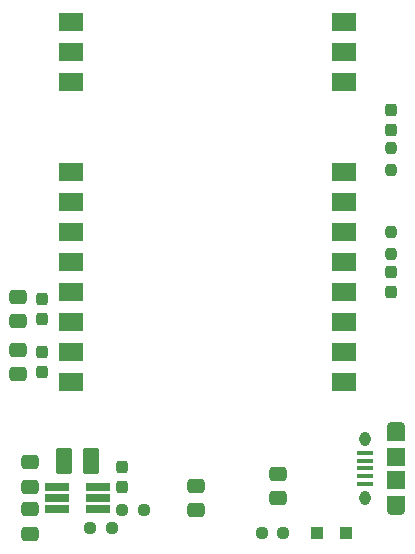
<source format=gtp>
G04 #@! TF.GenerationSoftware,KiCad,Pcbnew,(6.0.9)*
G04 #@! TF.CreationDate,2023-02-13T11:25:36-05:00*
G04 #@! TF.ProjectId,1W Experiments,31572045-7870-4657-9269-6d656e74732e,rev?*
G04 #@! TF.SameCoordinates,Original*
G04 #@! TF.FileFunction,Paste,Top*
G04 #@! TF.FilePolarity,Positive*
%FSLAX46Y46*%
G04 Gerber Fmt 4.6, Leading zero omitted, Abs format (unit mm)*
G04 Created by KiCad (PCBNEW (6.0.9)) date 2023-02-13 11:25:36*
%MOMM*%
%LPD*%
G01*
G04 APERTURE LIST*
G04 Aperture macros list*
%AMRoundRect*
0 Rectangle with rounded corners*
0 $1 Rounding radius*
0 $2 $3 $4 $5 $6 $7 $8 $9 X,Y pos of 4 corners*
0 Add a 4 corners polygon primitive as box body*
4,1,4,$2,$3,$4,$5,$6,$7,$8,$9,$2,$3,0*
0 Add four circle primitives for the rounded corners*
1,1,$1+$1,$2,$3*
1,1,$1+$1,$4,$5*
1,1,$1+$1,$6,$7*
1,1,$1+$1,$8,$9*
0 Add four rect primitives between the rounded corners*
20,1,$1+$1,$2,$3,$4,$5,0*
20,1,$1+$1,$4,$5,$6,$7,0*
20,1,$1+$1,$6,$7,$8,$9,0*
20,1,$1+$1,$8,$9,$2,$3,0*%
G04 Aperture macros list end*
%ADD10RoundRect,0.250000X0.475000X-0.337500X0.475000X0.337500X-0.475000X0.337500X-0.475000X-0.337500X0*%
%ADD11RoundRect,0.250000X-0.475000X0.337500X-0.475000X-0.337500X0.475000X-0.337500X0.475000X0.337500X0*%
%ADD12O,1.550000X0.890000*%
%ADD13O,0.950000X1.250000*%
%ADD14R,1.350000X0.400000*%
%ADD15R,1.550000X1.500000*%
%ADD16R,1.550000X1.200000*%
%ADD17RoundRect,0.237500X-0.237500X0.300000X-0.237500X-0.300000X0.237500X-0.300000X0.237500X0.300000X0*%
%ADD18RoundRect,0.237500X-0.237500X0.250000X-0.237500X-0.250000X0.237500X-0.250000X0.237500X0.250000X0*%
%ADD19RoundRect,0.237500X0.237500X-0.300000X0.237500X0.300000X-0.237500X0.300000X-0.237500X-0.300000X0*%
%ADD20RoundRect,0.237500X0.237500X-0.287500X0.237500X0.287500X-0.237500X0.287500X-0.237500X-0.287500X0*%
%ADD21RoundRect,0.237500X0.250000X0.237500X-0.250000X0.237500X-0.250000X-0.237500X0.250000X-0.237500X0*%
%ADD22RoundRect,0.237500X-0.237500X0.287500X-0.237500X-0.287500X0.237500X-0.287500X0.237500X0.287500X0*%
%ADD23R,1.000000X1.000000*%
%ADD24R,2.000000X0.650000*%
%ADD25RoundRect,0.250001X0.462499X0.849999X-0.462499X0.849999X-0.462499X-0.849999X0.462499X-0.849999X0*%
%ADD26R,2.080000X1.510000*%
%ADD27RoundRect,0.237500X0.237500X-0.250000X0.237500X0.250000X-0.237500X0.250000X-0.237500X-0.250000X0*%
G04 APERTURE END LIST*
D10*
X74500000Y-104037500D03*
X74500000Y-101962500D03*
D11*
X74500000Y-106462500D03*
X74500000Y-108537500D03*
D12*
X106500000Y-120000000D03*
D13*
X103800000Y-119000000D03*
D12*
X106500000Y-113000000D03*
D13*
X103800000Y-114000000D03*
D14*
X103800000Y-117800000D03*
X103800000Y-117150000D03*
X103800000Y-116500000D03*
X103800000Y-115850000D03*
X103800000Y-115200000D03*
D15*
X106500000Y-117500000D03*
X106500000Y-115500000D03*
D16*
X106500000Y-119400000D03*
X106500000Y-113600000D03*
D17*
X76500000Y-106637500D03*
X76500000Y-108362500D03*
D18*
X106000000Y-96487500D03*
X106000000Y-98312500D03*
D19*
X76500000Y-103862500D03*
X76500000Y-102137500D03*
D20*
X106000000Y-101575000D03*
X106000000Y-99825000D03*
D17*
X83300000Y-116387500D03*
X83300000Y-118112500D03*
D21*
X96912500Y-122000000D03*
X95087500Y-122000000D03*
D22*
X106000000Y-86125000D03*
X106000000Y-87875000D03*
D23*
X99750000Y-122000000D03*
X102250000Y-122000000D03*
D11*
X75500000Y-115962500D03*
X75500000Y-118037500D03*
D21*
X82412500Y-121500000D03*
X80587500Y-121500000D03*
D24*
X77790000Y-118050000D03*
X77790000Y-119000000D03*
X77790000Y-119950000D03*
X81210000Y-119950000D03*
X81210000Y-119000000D03*
X81210000Y-118050000D03*
D25*
X80662500Y-115900000D03*
X78337500Y-115900000D03*
D11*
X96500000Y-116962500D03*
X96500000Y-119037500D03*
X89500000Y-117962500D03*
X89500000Y-120037500D03*
D21*
X85112500Y-120000000D03*
X83287500Y-120000000D03*
D26*
X78925000Y-78680000D03*
X78925000Y-81220000D03*
X78925000Y-83760000D03*
X78925000Y-91360000D03*
X78925000Y-93900000D03*
X78925000Y-96440000D03*
X78925000Y-98980000D03*
X78925000Y-101520000D03*
X78925000Y-104060000D03*
X78925000Y-106600000D03*
X78925000Y-109140000D03*
X102075000Y-109140000D03*
X102075000Y-106600000D03*
X102075000Y-104060000D03*
X102075000Y-101520000D03*
X102075000Y-98980000D03*
X102075000Y-96440000D03*
X102075000Y-93900000D03*
X102075000Y-91360000D03*
X102075000Y-83760000D03*
X102075000Y-81220000D03*
X102075000Y-78680000D03*
D27*
X106000000Y-91212500D03*
X106000000Y-89387500D03*
D10*
X75500000Y-122037500D03*
X75500000Y-119962500D03*
M02*

</source>
